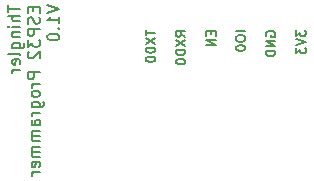
<source format=gbr>
G04 #@! TF.GenerationSoftware,KiCad,Pcbnew,(5.1.4-0-10_14)*
G04 #@! TF.CreationDate,2020-04-01T19:03:20+03:00*
G04 #@! TF.ProjectId,esp32-programmer,65737033-322d-4707-926f-6772616d6d65,rev?*
G04 #@! TF.SameCoordinates,Original*
G04 #@! TF.FileFunction,Legend,Bot*
G04 #@! TF.FilePolarity,Positive*
%FSLAX46Y46*%
G04 Gerber Fmt 4.6, Leading zero omitted, Abs format (unit mm)*
G04 Created by KiCad (PCBNEW (5.1.4-0-10_14)) date 2020-04-01 19:03:20*
%MOMM*%
%LPD*%
G04 APERTURE LIST*
%ADD10C,0.150000*%
G04 APERTURE END LIST*
D10*
X54652380Y-94692738D02*
X54652380Y-95264166D01*
X55652380Y-94978452D02*
X54652380Y-94978452D01*
X55652380Y-95597500D02*
X54652380Y-95597500D01*
X55652380Y-96026071D02*
X55128571Y-96026071D01*
X55033333Y-95978452D01*
X54985714Y-95883214D01*
X54985714Y-95740357D01*
X55033333Y-95645119D01*
X55080952Y-95597500D01*
X55652380Y-96502261D02*
X54985714Y-96502261D01*
X54652380Y-96502261D02*
X54700000Y-96454642D01*
X54747619Y-96502261D01*
X54700000Y-96549880D01*
X54652380Y-96502261D01*
X54747619Y-96502261D01*
X54985714Y-96978452D02*
X55652380Y-96978452D01*
X55080952Y-96978452D02*
X55033333Y-97026071D01*
X54985714Y-97121309D01*
X54985714Y-97264166D01*
X55033333Y-97359404D01*
X55128571Y-97407023D01*
X55652380Y-97407023D01*
X54985714Y-98311785D02*
X55795238Y-98311785D01*
X55890476Y-98264166D01*
X55938095Y-98216547D01*
X55985714Y-98121309D01*
X55985714Y-97978452D01*
X55938095Y-97883214D01*
X55604761Y-98311785D02*
X55652380Y-98216547D01*
X55652380Y-98026071D01*
X55604761Y-97930833D01*
X55557142Y-97883214D01*
X55461904Y-97835595D01*
X55176190Y-97835595D01*
X55080952Y-97883214D01*
X55033333Y-97930833D01*
X54985714Y-98026071D01*
X54985714Y-98216547D01*
X55033333Y-98311785D01*
X55652380Y-98930833D02*
X55604761Y-98835595D01*
X55509523Y-98787976D01*
X54652380Y-98787976D01*
X55604761Y-99692738D02*
X55652380Y-99597500D01*
X55652380Y-99407023D01*
X55604761Y-99311785D01*
X55509523Y-99264166D01*
X55128571Y-99264166D01*
X55033333Y-99311785D01*
X54985714Y-99407023D01*
X54985714Y-99597500D01*
X55033333Y-99692738D01*
X55128571Y-99740357D01*
X55223809Y-99740357D01*
X55319047Y-99264166D01*
X55652380Y-100168928D02*
X54985714Y-100168928D01*
X55176190Y-100168928D02*
X55080952Y-100216547D01*
X55033333Y-100264166D01*
X54985714Y-100359404D01*
X54985714Y-100454642D01*
X56778571Y-94835595D02*
X56778571Y-95168928D01*
X57302380Y-95311785D02*
X57302380Y-94835595D01*
X56302380Y-94835595D01*
X56302380Y-95311785D01*
X57254761Y-95692738D02*
X57302380Y-95835595D01*
X57302380Y-96073690D01*
X57254761Y-96168928D01*
X57207142Y-96216547D01*
X57111904Y-96264166D01*
X57016666Y-96264166D01*
X56921428Y-96216547D01*
X56873809Y-96168928D01*
X56826190Y-96073690D01*
X56778571Y-95883214D01*
X56730952Y-95787976D01*
X56683333Y-95740357D01*
X56588095Y-95692738D01*
X56492857Y-95692738D01*
X56397619Y-95740357D01*
X56350000Y-95787976D01*
X56302380Y-95883214D01*
X56302380Y-96121309D01*
X56350000Y-96264166D01*
X57302380Y-96692738D02*
X56302380Y-96692738D01*
X56302380Y-97073690D01*
X56350000Y-97168928D01*
X56397619Y-97216547D01*
X56492857Y-97264166D01*
X56635714Y-97264166D01*
X56730952Y-97216547D01*
X56778571Y-97168928D01*
X56826190Y-97073690D01*
X56826190Y-96692738D01*
X56302380Y-97597500D02*
X56302380Y-98216547D01*
X56683333Y-97883214D01*
X56683333Y-98026071D01*
X56730952Y-98121309D01*
X56778571Y-98168928D01*
X56873809Y-98216547D01*
X57111904Y-98216547D01*
X57207142Y-98168928D01*
X57254761Y-98121309D01*
X57302380Y-98026071D01*
X57302380Y-97740357D01*
X57254761Y-97645119D01*
X57207142Y-97597500D01*
X56397619Y-98597500D02*
X56350000Y-98645119D01*
X56302380Y-98740357D01*
X56302380Y-98978452D01*
X56350000Y-99073690D01*
X56397619Y-99121309D01*
X56492857Y-99168928D01*
X56588095Y-99168928D01*
X56730952Y-99121309D01*
X57302380Y-98549880D01*
X57302380Y-99168928D01*
X57302380Y-100359404D02*
X56302380Y-100359404D01*
X56302380Y-100740357D01*
X56350000Y-100835595D01*
X56397619Y-100883214D01*
X56492857Y-100930833D01*
X56635714Y-100930833D01*
X56730952Y-100883214D01*
X56778571Y-100835595D01*
X56826190Y-100740357D01*
X56826190Y-100359404D01*
X57302380Y-101359404D02*
X56635714Y-101359404D01*
X56826190Y-101359404D02*
X56730952Y-101407023D01*
X56683333Y-101454642D01*
X56635714Y-101549880D01*
X56635714Y-101645119D01*
X57302380Y-102121309D02*
X57254761Y-102026071D01*
X57207142Y-101978452D01*
X57111904Y-101930833D01*
X56826190Y-101930833D01*
X56730952Y-101978452D01*
X56683333Y-102026071D01*
X56635714Y-102121309D01*
X56635714Y-102264166D01*
X56683333Y-102359404D01*
X56730952Y-102407023D01*
X56826190Y-102454642D01*
X57111904Y-102454642D01*
X57207142Y-102407023D01*
X57254761Y-102359404D01*
X57302380Y-102264166D01*
X57302380Y-102121309D01*
X56635714Y-103311785D02*
X57445238Y-103311785D01*
X57540476Y-103264166D01*
X57588095Y-103216547D01*
X57635714Y-103121309D01*
X57635714Y-102978452D01*
X57588095Y-102883214D01*
X57254761Y-103311785D02*
X57302380Y-103216547D01*
X57302380Y-103026071D01*
X57254761Y-102930833D01*
X57207142Y-102883214D01*
X57111904Y-102835595D01*
X56826190Y-102835595D01*
X56730952Y-102883214D01*
X56683333Y-102930833D01*
X56635714Y-103026071D01*
X56635714Y-103216547D01*
X56683333Y-103311785D01*
X57302380Y-103787976D02*
X56635714Y-103787976D01*
X56826190Y-103787976D02*
X56730952Y-103835595D01*
X56683333Y-103883214D01*
X56635714Y-103978452D01*
X56635714Y-104073690D01*
X57302380Y-104835595D02*
X56778571Y-104835595D01*
X56683333Y-104787976D01*
X56635714Y-104692738D01*
X56635714Y-104502261D01*
X56683333Y-104407023D01*
X57254761Y-104835595D02*
X57302380Y-104740357D01*
X57302380Y-104502261D01*
X57254761Y-104407023D01*
X57159523Y-104359404D01*
X57064285Y-104359404D01*
X56969047Y-104407023D01*
X56921428Y-104502261D01*
X56921428Y-104740357D01*
X56873809Y-104835595D01*
X57302380Y-105311785D02*
X56635714Y-105311785D01*
X56730952Y-105311785D02*
X56683333Y-105359404D01*
X56635714Y-105454642D01*
X56635714Y-105597500D01*
X56683333Y-105692738D01*
X56778571Y-105740357D01*
X57302380Y-105740357D01*
X56778571Y-105740357D02*
X56683333Y-105787976D01*
X56635714Y-105883214D01*
X56635714Y-106026071D01*
X56683333Y-106121309D01*
X56778571Y-106168928D01*
X57302380Y-106168928D01*
X57302380Y-106645119D02*
X56635714Y-106645119D01*
X56730952Y-106645119D02*
X56683333Y-106692738D01*
X56635714Y-106787976D01*
X56635714Y-106930833D01*
X56683333Y-107026071D01*
X56778571Y-107073690D01*
X57302380Y-107073690D01*
X56778571Y-107073690D02*
X56683333Y-107121309D01*
X56635714Y-107216547D01*
X56635714Y-107359404D01*
X56683333Y-107454642D01*
X56778571Y-107502261D01*
X57302380Y-107502261D01*
X57254761Y-108359404D02*
X57302380Y-108264166D01*
X57302380Y-108073690D01*
X57254761Y-107978452D01*
X57159523Y-107930833D01*
X56778571Y-107930833D01*
X56683333Y-107978452D01*
X56635714Y-108073690D01*
X56635714Y-108264166D01*
X56683333Y-108359404D01*
X56778571Y-108407023D01*
X56873809Y-108407023D01*
X56969047Y-107930833D01*
X57302380Y-108835595D02*
X56635714Y-108835595D01*
X56826190Y-108835595D02*
X56730952Y-108883214D01*
X56683333Y-108930833D01*
X56635714Y-109026071D01*
X56635714Y-109121309D01*
X57952380Y-94692738D02*
X58952380Y-95026071D01*
X57952380Y-95359404D01*
X58952380Y-96216547D02*
X58952380Y-95645119D01*
X58952380Y-95930833D02*
X57952380Y-95930833D01*
X58095238Y-95835595D01*
X58190476Y-95740357D01*
X58238095Y-95645119D01*
X58857142Y-96645119D02*
X58904761Y-96692738D01*
X58952380Y-96645119D01*
X58904761Y-96597500D01*
X58857142Y-96645119D01*
X58952380Y-96645119D01*
X57952380Y-97311785D02*
X57952380Y-97407023D01*
X58000000Y-97502261D01*
X58047619Y-97549880D01*
X58142857Y-97597500D01*
X58333333Y-97645119D01*
X58571428Y-97645119D01*
X58761904Y-97597500D01*
X58857142Y-97549880D01*
X58904761Y-97502261D01*
X58952380Y-97407023D01*
X58952380Y-97311785D01*
X58904761Y-97216547D01*
X58857142Y-97168928D01*
X58761904Y-97121309D01*
X58571428Y-97073690D01*
X58333333Y-97073690D01*
X58142857Y-97121309D01*
X58047619Y-97168928D01*
X58000000Y-97216547D01*
X57952380Y-97311785D01*
X66286904Y-96773690D02*
X66286904Y-97230833D01*
X67086904Y-97002261D02*
X66286904Y-97002261D01*
X66286904Y-97421309D02*
X67086904Y-97954642D01*
X66286904Y-97954642D02*
X67086904Y-97421309D01*
X67086904Y-98259404D02*
X66286904Y-98259404D01*
X66286904Y-98449880D01*
X66325000Y-98564166D01*
X66401190Y-98640357D01*
X66477380Y-98678452D01*
X66629761Y-98716547D01*
X66744047Y-98716547D01*
X66896428Y-98678452D01*
X66972619Y-98640357D01*
X67048809Y-98564166D01*
X67086904Y-98449880D01*
X67086904Y-98259404D01*
X66286904Y-99211785D02*
X66286904Y-99287976D01*
X66325000Y-99364166D01*
X66363095Y-99402261D01*
X66439285Y-99440357D01*
X66591666Y-99478452D01*
X66782142Y-99478452D01*
X66934523Y-99440357D01*
X67010714Y-99402261D01*
X67048809Y-99364166D01*
X67086904Y-99287976D01*
X67086904Y-99211785D01*
X67048809Y-99135595D01*
X67010714Y-99097500D01*
X66934523Y-99059404D01*
X66782142Y-99021309D01*
X66591666Y-99021309D01*
X66439285Y-99059404D01*
X66363095Y-99097500D01*
X66325000Y-99135595D01*
X66286904Y-99211785D01*
X69636904Y-97345119D02*
X69255952Y-97078452D01*
X69636904Y-96887976D02*
X68836904Y-96887976D01*
X68836904Y-97192738D01*
X68875000Y-97268928D01*
X68913095Y-97307023D01*
X68989285Y-97345119D01*
X69103571Y-97345119D01*
X69179761Y-97307023D01*
X69217857Y-97268928D01*
X69255952Y-97192738D01*
X69255952Y-96887976D01*
X68836904Y-97611785D02*
X69636904Y-98145119D01*
X68836904Y-98145119D02*
X69636904Y-97611785D01*
X69636904Y-98449880D02*
X68836904Y-98449880D01*
X68836904Y-98640357D01*
X68875000Y-98754642D01*
X68951190Y-98830833D01*
X69027380Y-98868928D01*
X69179761Y-98907023D01*
X69294047Y-98907023D01*
X69446428Y-98868928D01*
X69522619Y-98830833D01*
X69598809Y-98754642D01*
X69636904Y-98640357D01*
X69636904Y-98449880D01*
X68836904Y-99402261D02*
X68836904Y-99478452D01*
X68875000Y-99554642D01*
X68913095Y-99592738D01*
X68989285Y-99630833D01*
X69141666Y-99668928D01*
X69332142Y-99668928D01*
X69484523Y-99630833D01*
X69560714Y-99592738D01*
X69598809Y-99554642D01*
X69636904Y-99478452D01*
X69636904Y-99402261D01*
X69598809Y-99326071D01*
X69560714Y-99287976D01*
X69484523Y-99249880D01*
X69332142Y-99211785D01*
X69141666Y-99211785D01*
X68989285Y-99249880D01*
X68913095Y-99287976D01*
X68875000Y-99326071D01*
X68836904Y-99402261D01*
X71792857Y-96887976D02*
X71792857Y-97154642D01*
X72211904Y-97268928D02*
X72211904Y-96887976D01*
X71411904Y-96887976D01*
X71411904Y-97268928D01*
X72211904Y-97611785D02*
X71411904Y-97611785D01*
X72211904Y-98068928D01*
X71411904Y-98068928D01*
X74711904Y-96887976D02*
X73911904Y-96887976D01*
X73911904Y-97421309D02*
X73911904Y-97573690D01*
X73950000Y-97649880D01*
X74026190Y-97726071D01*
X74178571Y-97764166D01*
X74445238Y-97764166D01*
X74597619Y-97726071D01*
X74673809Y-97649880D01*
X74711904Y-97573690D01*
X74711904Y-97421309D01*
X74673809Y-97345119D01*
X74597619Y-97268928D01*
X74445238Y-97230833D01*
X74178571Y-97230833D01*
X74026190Y-97268928D01*
X73950000Y-97345119D01*
X73911904Y-97421309D01*
X73911904Y-98259404D02*
X73911904Y-98335595D01*
X73950000Y-98411785D01*
X73988095Y-98449880D01*
X74064285Y-98487976D01*
X74216666Y-98526071D01*
X74407142Y-98526071D01*
X74559523Y-98487976D01*
X74635714Y-98449880D01*
X74673809Y-98411785D01*
X74711904Y-98335595D01*
X74711904Y-98259404D01*
X74673809Y-98183214D01*
X74635714Y-98145119D01*
X74559523Y-98107023D01*
X74407142Y-98068928D01*
X74216666Y-98068928D01*
X74064285Y-98107023D01*
X73988095Y-98145119D01*
X73950000Y-98183214D01*
X73911904Y-98259404D01*
X76500000Y-97307023D02*
X76461904Y-97230833D01*
X76461904Y-97116547D01*
X76500000Y-97002261D01*
X76576190Y-96926071D01*
X76652380Y-96887976D01*
X76804761Y-96849880D01*
X76919047Y-96849880D01*
X77071428Y-96887976D01*
X77147619Y-96926071D01*
X77223809Y-97002261D01*
X77261904Y-97116547D01*
X77261904Y-97192738D01*
X77223809Y-97307023D01*
X77185714Y-97345119D01*
X76919047Y-97345119D01*
X76919047Y-97192738D01*
X77261904Y-97687976D02*
X76461904Y-97687976D01*
X77261904Y-98145119D01*
X76461904Y-98145119D01*
X77261904Y-98526071D02*
X76461904Y-98526071D01*
X76461904Y-98716547D01*
X76500000Y-98830833D01*
X76576190Y-98907023D01*
X76652380Y-98945119D01*
X76804761Y-98983214D01*
X76919047Y-98983214D01*
X77071428Y-98945119D01*
X77147619Y-98907023D01*
X77223809Y-98830833D01*
X77261904Y-98716547D01*
X77261904Y-98526071D01*
X79011904Y-96811785D02*
X79011904Y-97307023D01*
X79316666Y-97040357D01*
X79316666Y-97154642D01*
X79354761Y-97230833D01*
X79392857Y-97268928D01*
X79469047Y-97307023D01*
X79659523Y-97307023D01*
X79735714Y-97268928D01*
X79773809Y-97230833D01*
X79811904Y-97154642D01*
X79811904Y-96926071D01*
X79773809Y-96849880D01*
X79735714Y-96811785D01*
X79011904Y-97535595D02*
X79811904Y-97802261D01*
X79011904Y-98068928D01*
X79011904Y-98259404D02*
X79011904Y-98754642D01*
X79316666Y-98487976D01*
X79316666Y-98602261D01*
X79354761Y-98678452D01*
X79392857Y-98716547D01*
X79469047Y-98754642D01*
X79659523Y-98754642D01*
X79735714Y-98716547D01*
X79773809Y-98678452D01*
X79811904Y-98602261D01*
X79811904Y-98373690D01*
X79773809Y-98297500D01*
X79735714Y-98259404D01*
M02*

</source>
